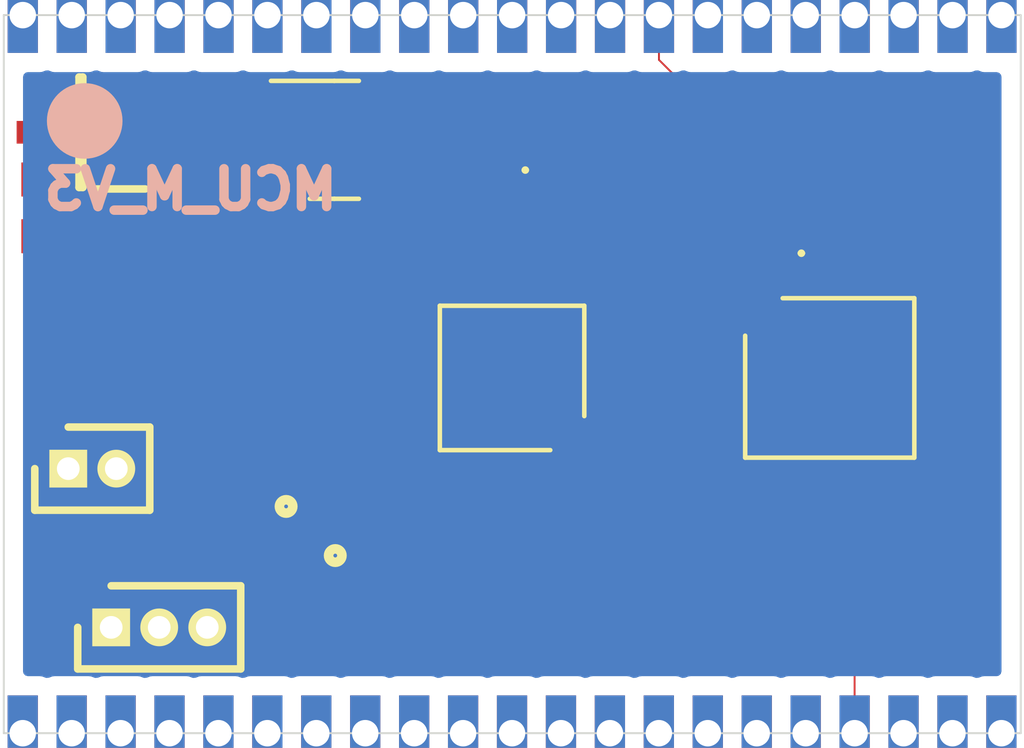
<source format=kicad_pcb>
(kicad_pcb (version 20211014) (generator pcbnew)
  (layers (0 "F.Cu" signal) (1 "In1.Cu" signal) (2 "In2.Cu" signal) (31 "B.Cu" signal) (34 "B.Paste" user) (35 "F.Paste" user) (36 "B.SilkS" user "B.Silkscreen") (37 "F.SilkS" user "F.Silkscreen") (38 "B.Mask" user) (39 "F.Mask" user) (44 "Edge.Cuts" user))
  (net 0 "")
  (net 1 "/VCC3")
  (net 2 "/+3.3")
  (net 3 "/M2_D6")
  (net 4 "/M2_D7")
  (net 5 "/M2_D8")
  (net 6 "/M2_D9")
  (net 7 "/M2_D10")
  (net 8 "GND")
  (net 9 "/M4_D3")
  (net 10 "/M4_D4")
  (net 11 "/M4_D1")
  (net 12 "/M4_D2")
  (net 13 "/M1_D7")
  (net 14 "/M3_D1")
  (net 16 "/M3_D2")
  (net 17 "/M4_D6")
  (net 18 "/M1_D5")
  (net 19 "/M1_D6")
  (net 20 "/M1_D2")
  (net 21 "/M1_D1")
  (net 22 "/M1_D4")
  (net 23 "/M1_D3")
  (net 24 "/M4_D7")
  (net 25 "/M3_D7")
  (net 26 "/B1")
  (net 27 "/B2")
  (net 28 "/B3")
  (net 29 "/B5")
  (net 30 "/B4")
  (net 31 "/M2_D5")
  (net 32 "/M2_D4")
  (net 33 "/M2_D3")
  (net 34 "/M2_D2")
  (net 35 "/M2_D1")
  (net 36 "/P0_D1")
  (net 37 "/P0_D2")
  (net 38 "/P0_D3")
  (net 39 "/PD2")
  (net 40 "Net-(C1-Pad1)")
  (net 42 "Net-(C11-Pad1)")
  (net 43 "Net-(C11-Pad2)")
  (net 44 "unconnected-(U1-PadB3)")
  (net 45 "/PC12")
  (net 50 "Net-(U2-PadE6)")
  (net 51 "Net-(U2-PadE3)")
  (net 52 "/M4_D5")
  (net 54 "Net-(U2-PadC2)")
  (net 56 "/VBAT")
  (net 57 "/ULPI_PWRDN")
  (net 60 "/ULPI_RST")
  (net 63 "Net-(U2-PadD3)")
  (net 64 "Net-(R25-Pad2)")
  (net 65 "Net-(R26-Pad2)")
  (net 66 "/PA12")
  (net 67 "/PA11")
  (net 73 "Net-(C12-Pad2)")
  (net 74 "Net-(C13-Pad1)")
  (net 75 "Net-(C14-Pad2)")
  (net 76 "Net-(C15-Pad1)")
  (net 78 "/MCU_BOOT0")
  (net 79 "/MCU_RESET")
  (net 81 "/ULPI_D7")
  (net 82 "/ULPI_DIR")
  (net 83 "/ULPI_XI")
  (net 84 "/ULPI_NXT")
  (net 85 "/ULPI_STP")
  (net 86 "/ULPI_D1")
  (net 87 "/ULPI_CLK")
  (net 88 "/ULPI_D3")
  (net 89 "/ULPI_D2")
  (net 90 "/ULPI_D0")
  (net 91 "/ULPI_D6")
  (net 92 "/ULPI_D5")
  (net 93 "/ULPI_D4")
  (net 94 "/SW_CLK")
  (net 95 "/SW_IO")
  (footprint "SamacSys_Parts:CAPC1005X55N" (layer "F.Cu") (at 195.9 99.7)
    (fp_text reference "C102" hide)
    (fp_text value "GMD155R71C104KA11D" hide)
    (pad "1" smd rect (at -0.46 0 90) (size 0.62 0.62) (layers "F.Cu" "F.Paste" "F.Mask") (net 8 "GND"))
    (pad "2" smd rect (at 0.46 0 90) (size 0.62 0.62) (layers "F.Cu" "F.Paste" "F.Mask") (net 2 "/+3.3"))
  )
  (footprint "SamacSys_Parts:CAPC1005X55N" (layer "F.Cu") (at 187.4 88 180)
    (fp_text reference "C15" hide)
    (fp_text value "GCQ1555C1H180FB01D" hide)
    (pad "1" smd rect (at -0.46 0 180) (size 0.6 0.62) (layers "F.Cu" "F.Paste" "F.Mask") (net 76 "Net-(C15-Pad1)"))
    (pad "2" smd rect (at 0.46 0 180) (size 0.6 0.62) (layers "F.Cu" "F.Paste" "F.Mask") (net 8 "GND"))
  )
  (footprint "SamacSys_Parts:ERJ3EK_(0603)" (layer "F.Cu") (at 179.5 98.6)
    (fp_text reference "R11" hide)
    (fp_text value "ERJ-3EKF1002V" hide)
    (fp_circle (center -1.575 0) (end -1.625 0) (layer "F.SilkS") (width 0.254) (fill none))
    (pad "1" smd rect (at -0.725 0) (size 0.65 0.9) (layers "F.Cu" "F.Paste" "F.Mask") (net 26 "/B1"))
    (pad "2" smd rect (at 0.725 0) (size 0.65 0.9) (layers "F.Cu" "F.Paste" "F.Mask") (net 2 "/+3.3"))
  )
  (footprint "Package_CSP:ST_WLCSP-90_Die413" (layer "F.Cu") (at 192.3 95.2)
    (fp_text reference "U1" hide)
    (fp_text value "STM32F405OGYx" hide)
    (fp_line (start -1.24425 -2.1095) (end 2.2365 -2.1095) (layer "F.SilkS") (width 0.12))
    (fp_line (start -2.2365 2.1095) (end -2.2365 -1.11725) (layer "F.SilkS") (width 0.12))
    (fp_line (start 2.2365 -2.1095) (end 2.2365 2.1095) (layer "F.SilkS") (width 0.12))
    (fp_line (start 2.2365 2.1095) (end -2.2365 2.1095) (layer "F.SilkS") (width 0.12))
    (pad "A1" smd circle (at -1.8 -1.6) (size 0.22 0.22) (layers "F.Cu" "F.Paste" "F.Mask") (net 2 "/+3.3"))
    (pad "A2" smd circle (at -1.4 -1.6) (size 0.22 0.22) (layers "F.Cu" "F.Paste" "F.Mask") (net 94 "/SW_CLK"))
    (pad "A3" smd circle (at -1 -1.6) (size 0.22 0.22) (layers "F.Cu" "F.Paste" "F.Mask") (net 45 "/PC12"))
    (pad "A4" smd circle (at -0.6 -1.6) (size 0.22 0.22) (layers "F.Cu" "F.Paste" "F.Mask"))
    (pad "A5" smd circle (at -0.2 -1.6) (size 0.22 0.22) (layers "F.Cu" "F.Paste" "F.Mask") (net 32 "/M2_D4"))
    (pad "A6" smd circle (at 0.2 -1.6) (size 0.22 0.22) (layers "F.Cu" "F.Paste" "F.Mask") (net 29 "/B5"))
    (pad "A7" smd circle (at 0.6 -1.6) (size 0.22 0.22) (layers "F.Cu" "F.Paste" "F.Mask") (net 78 "/MCU_BOOT0"))
    (pad "A8" smd circle (at 1 -1.6) (size 0.22 0.22) (layers "F.Cu" "F.Paste" "F.Mask") (net 2 "/+3.3"))
    (pad "A9" smd circle (at 1.4 -1.6) (size 0.22 0.22) (layers "F.Cu" "F.Paste" "F.Mask"))
    (pad "A10" smd circle (at 1.8 -1.6) (size 0.22 0.22) (layers "F.Cu" "F.Paste" "F.Mask") (net 56 "/VBAT"))
    (pad "B1" smd circle (at -1.8 -1.2) (size 0.22 0.22) (layers "F.Cu" "F.Paste" "F.Mask") (net 43 "Net-(C11-Pad2)"))
    (pad "B2" smd circle (at -1.4 -1.2) (size 0.22 0.22) (layers "F.Cu" "F.Paste" "F.Mask"))
    (pad "B3" smd circle (at -1 -1.2) (size 0.22 0.22) (layers "F.Cu" "F.Paste" "F.Mask") (net 44 "unconnected-(U1-PadB3)"))
    (pad "B4" smd circle (at -0.6 -1.2) (size 0.22 0.22) (layers "F.Cu" "F.Paste" "F.Mask") (net 39 "/PD2"))
    (pad "B5" smd circle (at -0.2 -1.2) (size 0.22 0.22) (layers "F.Cu" "F.Paste" "F.Mask") (net 33 "/M2_D3"))
    (pad "B6" smd circle (at 0.2 -1.2) (size 0.22 0.22) (layers "F.Cu" "F.Paste" "F.Mask") (net 28 "/B3"))
    (pad "B7" smd circle (at 0.6 -1.2) (size 0.22 0.22) (layers "F.Cu" "F.Paste" "F.Mask") (net 27 "/B2"))
    (pad "B8" smd circle (at 1 -1.2) (size 0.22 0.22) (layers "F.Cu" "F.Paste" "F.Mask") (net 2 "/+3.3"))
    (pad "B9" smd circle (at 1.4 -1.2) (size 0.22 0.22) (layers "F.Cu" "F.Paste" "F.Mask") (net 76 "Net-(C15-Pad1)"))
    (pad "B10" smd circle (at 1.8 -1.2) (size 0.22 0.22) (layers "F.Cu" "F.Paste" "F.Mask") (net 75 "Net-(C14-Pad2)"))
    (pad "C1" smd circle (at -1.8 -0.8) (size 0.22 0.22) (layers "F.Cu" "F.Paste" "F.Mask") (net 67 "/PA11"))
    (pad "C2" smd circle (at -1.4 -0.8) (size 0.22 0.22) (layers "F.Cu" "F.Paste" "F.Mask") (net 66 "/PA12"))
    (pad "C3" smd circle (at -1 -0.8) (size 0.22 0.22) (layers "F.Cu" "F.Paste" "F.Mask"))
    (pad "C4" smd circle (at -0.6 -0.8) (size 0.22 0.22) (layers "F.Cu" "F.Paste" "F.Mask") (net 16 "/M3_D2"))
    (pad "C5" smd circle (at -0.2 -0.8) (size 0.22 0.22) (layers "F.Cu" "F.Paste" "F.Mask"))
    (pad "C6" smd circle (at 0.2 -0.8) (size 0.22 0.22) (layers "F.Cu" "F.Paste" "F.Mask"))
    (pad "C7" smd circle (at 0.6 -0.8) (size 0.22 0.22) (layers "F.Cu" "F.Paste" "F.Mask") (net 26 "/B1"))
    (pad "C8" smd circle (at 1 -0.8) (size 0.22 0.22) (layers "F.Cu" "F.Paste" "F.Mask") (net 36 "/P0_D1"))
    (pad "C9" smd circle (at 1.4 -0.8) (size 0.22 0.22) (layers "F.Cu" "F.Paste" "F.Mask") (net 8 "GND"))
    (pad "C10" smd circle (at 1.8 -0.8) (size 0.22 0.22) (layers "F.Cu" "F.Paste" "F.Mask") (net 10 "/M4_D4"))
    (pad "D1" smd circle (at -1.8 -0.4) (size 0.22 0.22) (layers "F.Cu" "F.Paste" "F.Mask") (net 31 "/M2_D5"))
    (pad "D2" smd circle (at -1.4 -0.4) (size 0.22 0.22) (layers "F.Cu" "F.Paste" "F.Mask") (net 11 "/M4_D1"))
    (pad "D3" smd circle (at -1 -0.4) (size 0.22 0.22) (layers "F.Cu" "F.Paste" "F.Mask") (net 12 "/M4_D2"))
    (pad "D4" smd circle (at -0.6 -0.4) (size 0.22 0.22) (layers "F.Cu" "F.Paste" "F.Mask") (net 95 "/SW_IO"))
    (pad "D5" smd circle (at -0.2 -0.4) (size 0.22 0.22) (layers "F.Cu" "F.Paste" "F.Mask") (net 14 "/M3_D1"))
    (pad "D6" smd circle (at 0.2 -0.4) (size 0.22 0.22) (layers "F.Cu" "F.Paste" "F.Mask"))
    (pad "D7" smd circle (at 0.6 -0.4) (size 0.22 0.22) (layers "F.Cu" "F.Paste" "F.Mask") (net 81 "/ULPI_D7"))
    (pad "D8" smd circle (at 1 -0.4) (size 0.22 0.22) (layers "F.Cu" "F.Paste" "F.Mask") (net 37 "/P0_D2"))
    (pad "D9" smd circle (at 1.4 -0.4) (size 0.22 0.22) (layers "F.Cu" "F.Paste" "F.Mask") (net 8 "GND"))
    (pad "D10" smd circle (at 1.8 -0.4) (size 0.22 0.22) (layers "F.Cu" "F.Paste" "F.Mask") (net 82 "/ULPI_DIR"))
    (pad "E1" smd circle (at -1.8 0) (size 0.22 0.22) (layers "F.Cu" "F.Paste" "F.Mask") (net 38 "/P0_D3"))
    (pad "E2" smd circle (at -1.4 0) (size 0.22 0.22) (layers "F.Cu" "F.Paste" "F.Mask") (net 17 "/M4_D6"))
    (pad "E3" smd circle (at -1 0) (size 0.22 0.22) (layers "F.Cu" "F.Paste" "F.Mask") (net 83 "/ULPI_XI"))
    (pad "E4" smd circle (at -0.6 0) (size 0.22 0.22) (layers "F.Cu" "F.Paste" "F.Mask") (net 2 "/+3.3"))
    (pad "E5" smd circle (at -0.2 0) (size 0.22 0.22) (layers "F.Cu" "F.Paste" "F.Mask") (net 8 "GND"))
    (pad "E6" smd circle (at 0.2 0) (size 0.22 0.22) (layers "F.Cu" "F.Paste" "F.Mask") (net 2 "/+3.3"))
    (pad "E7" smd circle (at 0.6 0) (size 0.22 0.22) (layers "F.Cu" "F.Paste" "F.Mask") (net 8 "GND"))
    (pad "E8" smd circle (at 1 0) (size 0.22 0.22) (layers "F.Cu" "F.Paste" "F.Mask") (net 8 "GND"))
    (pad "E9" smd circle (at 1.4 0) (size 0.22 0.22) (layers "F.Cu" "F.Paste" "F.Mask") (net 84 "/ULPI_NXT"))
    (pad "E10" smd circle (at 1.8 0) (size 0.22 0.22) (layers "F.Cu" "F.Paste" "F.Mask") (net 85 "/ULPI_STP"))
    (pad "F1" smd circle (at -1.8 0.4) (size 0.22 0.22) (layers "F.Cu" "F.Paste" "F.Mask") (net 60 "/ULPI_RST"))
    (pad "F2" smd circle (at -1.4 0.4) (size 0.22 0.22) (layers "F.Cu" "F.Paste" "F.Mask") (net 57 "/ULPI_PWRDN"))
    (pad "F3" smd circle (at -1 0.4) (size 0.22 0.22) (layers "F.Cu" "F.Paste" "F.Mask") (net 13 "/M1_D7"))
    (pad "F4" smd circle (at -0.6 0.4) (size 0.22 0.22) (layers "F.Cu" "F.Paste" "F.Mask") (net 42 "Net-(C11-Pad1)"))
    (pad "F5" smd circle (at -0.2 0.4) (size 0.22 0.22) (layers "F.Cu" "F.Paste" "F.Mask") (net 18 "/M1_D5"))
    (pad "F6" smd circle (at 0.2 0.4) (size 0.22 0.22) (layers "F.Cu" "F.Paste" "F.Mask"))
    (pad "F7" smd circle (at 0.6 0.4) (size 0.22 0.22) (layers "F.Cu" "F.Paste" "F.Mask") (net 2 "/+3.3"))
    (pad "F8" smd circle (at 1 0.4) (size 0.22 0.22) (layers "F.Cu" "F.Paste" "F.Mask") (net 35 "/M2_D1"))
    (pad "F9" smd circle (at 1.4 0.4) (size 0.22 0.22) (layers "F.Cu" "F.Paste" "F.Mask") (net 73 "Net-(C12-Pad2)"))
    (pad "F10" smd circle (at 1.8 0.4) (size 0.22 0.22) (layers "F.Cu" "F.Paste" "F.Mask") (net 74 "Net-(C13-Pad1)"))
    (pad "G1" smd circle (at -1.8 0.8) (size 0.22 0.22) (layers "F.Cu" "F.Paste" "F.Mask") (net 6 "/M2_D9"))
    (pad "G2" smd circle (at -1.4 0.8) (size 0.22 0.22) (layers "F.Cu" "F.Paste" "F.Mask") (net 7 "/M2_D10"))
    (pad "G3" smd circle (at -1 0.8) (size 0.22 0.22) (layers "F.Cu" "F.Paste" "F.Mask") (net 5 "/M2_D8"))
    (pad "G4" smd circle (at -0.6 0.8) (size 0.22 0.22) (layers "F.Cu" "F.Paste" "F.Mask") (net 19 "/M1_D6"))
    (pad "G5" smd circle (at -0.2 0.8) (size 0.22 0.22) (layers "F.Cu" "F.Paste" "F.Mask") (net 23 "/M1_D3"))
    (pad "G6" smd circle (at 0.2 0.8) (size 0.22 0.22) (layers "F.Cu" "F.Paste" "F.Mask"))
    (pad "G7" smd circle (at 0.6 0.8) (size 0.22 0.22) (layers "F.Cu" "F.Paste" "F.Mask") (net 86 "/ULPI_D1"))
    (pad "G8" smd circle (at 1 0.8) (size 0.22 0.22) (layers "F.Cu" "F.Paste" "F.Mask") (net 87 "/ULPI_CLK"))
    (pad "G9" smd circle (at 1.4 0.8) (size 0.22 0.22) (layers "F.Cu" "F.Paste" "F.Mask") (net 2 "/+3.3"))
    (pad "G10" smd circle (at 1.8 0.8) (size 0.22 0.22) (layers "F.Cu" "F.Paste" "F.Mask") (net 79 "/MCU_RESET"))
    (pad "H1" smd circle (at -1.8 1.2) (size 0.22 0.22) (layers "F.Cu" "F.Paste" "F.Mask") (net 25 "/M3_D7"))
    (pad "H2" smd circle (at -1.4 1.2) (size 0.22 0.22) (layers "F.Cu" "F.Paste" "F.Mask") (net 3 "/M2_D6"))
    (pad "H3" smd circle (at -1 1.2) (size 0.22 0.22) (layers "F.Cu" "F.Paste" "F.Mask") (net 4 "/M2_D7"))
    (pad "H4" smd circle (at -0.6 1.2) (size 0.22 0.22) (layers "F.Cu" "F.Paste" "F.Mask") (net 88 "/ULPI_D3"))
    (pad "H5" smd circle (at -0.2 1.2) (size 0.22 0.22) (layers "F.Cu" "F.Paste" "F.Mask"))
    (pad "H6" smd circle (at 0.2 1.2) (size 0.22 0.22) (layers "F.Cu" "F.Paste" "F.Mask"))
    (pad "H7" smd circle (at 0.6 1.2) (size 0.22 0.22) (layers "F.Cu" "F.Paste" "F.Mask") (net 89 "/ULPI_D2"))
    (pad "H8" smd circle (at 1 1.2) (size 0.22 0.22) (layers "F.Cu" "F.Paste" "F.Mask") (net 22 "/M1_D4"))
    (pad "H9" smd circle (at 1.4 1.2) (size 0.22 0.22) (layers "F.Cu" "F.Paste" "F.Mask") (net 90 "/ULPI_D0"))
    (pad "H10" smd circle (at 1.8 1.2) (size 0.22 0.22) (layers "F.Cu" "F.Paste" "F.Mask") (net 8 "GND"))
    (pad "J1" smd circle (at -1.8 1.6) (size 0.22 0.22) (layers "F.Cu" "F.Paste" "F.Mask") (net 91 "/ULPI_D6"))
    (pad "J2" smd circle (at -1.4 1.6) (size 0.22 0.22) (layers "F.Cu" "F.Paste" "F.Mask") (net 24 "/M4_D7"))
    (pad "J3" smd circle (at -1 1.6) (size 0.22 0.22) (layers "F.Cu" "F.Paste" "F.Mask") (net 92 "/ULPI_D5"))
    (pad "J4" smd circle (at -0.6 1.6) (size 0.22 0.22) (layers "F.Cu" "F.Paste" "F.Mask") (net 93 "/ULPI_D4"))
    (pad "J5" smd circle (at -0.2 1.6) (size 0.22 0.22) (layers "F.Cu" "F.Paste" "F.Mask"))
    (pad "J6" smd circle (at 0.2 1.6) (size 0.22 0.22) (layers "F.Cu" "F.Paste" "F.Mask"))
    (pad "J7" smd circle (at 0.6 1.6) (size 0.22 0.22) (layers "F.Cu" "F.Paste" "F.Mask") (net 8 "GND"))
    (pad "J8" smd circle (at 1 1.6) (size 0.22 0.22) (layers "F.Cu" "F.Paste" "F.Mask") (net 30 "/B4"))
    (pad "J9" smd circle (at 1.4 1.6) (size 0.22 0.22) (layers "F.Cu" "F.Paste" "F.Mask") (net 9 "/M4_D3"))
    (pad "J10" smd circle (at 1.8 1.6) (size 0.22 0.22) (layers "F.Cu" "F.Paste" "F.Mask") (net 34 "/M2_D2"))
  )
  (footprint "SamacSys_Parts:RESC1608X55N" (layer "F.Cu") (at 175.3 88.7 90)
    (fp_text reference "R3" hide)
    (fp_text value "CPF0603F100KC1" hide)
    (pad "1" smd rect (at -0.75 0 90) (size 0.9 0.95) (layers "F.Cu" "F.Paste" "F.Mask") (net 40 "Net-(C1-Pad1)"))
    (pad "2" smd rect (at 0.75 0 90) (size 0.9 0.95) (layers "F.Cu" "F.Paste" "F.Mask") (net 8 "GND"))
  )
  (footprint "SamacSys_Parts:ERA2AED122X" (layer "F.Cu") (at 173.2 93.2)
    (fp_text reference "R23" hide)
    (fp_text value "ERA2AED123X" hide)
    (pad "1" smd rect (at -0.512 0) (size 0.475 0.5) (layers "F.Cu" "F.Paste" "F.Mask") (net 54 "Net-(U2-PadC2)"))
    (pad "2" smd rect (at 0.512 0) (size 0.475 0.5) (layers "F.Cu" "F.Paste" "F.Mask") (net 8 "GND"))
  )
  (footprint "Package_BGA:ST_uTFBGA-36_3.6x3.6mm_Layout6x6_P0.5mm" (layer "F.Cu") (at 183.9 95.2 180)
    (fp_text reference "U2" hide)
    (fp_text value "STULPI01B" hide)
    (fp_line (start 1.91 -1.91) (end 1.91 1.91) (layer "F.SilkS") (width 0.12))
    (fp_line (start 1.91 1.91) (end -1.91 1.91) (layer "F.SilkS") (width 0.12))
    (fp_line (start -1.01 -1.91) (end 1.91 -1.91) (layer "F.SilkS") (width 0.12))
    (fp_line (start -1.91 1.91) (end -1.91 -1.01) (layer "F.SilkS") (width 0.12))
    (pad "A1" smd circle (at -1.25 -1.25 180) (size 0.25 0.25) (layers "F.Cu" "F.Paste" "F.Mask") (net 86 "/ULPI_D1"))
    (pad "A2" smd circle (at -0.75 -1.25 180) (size 0.25 0.25) (layers "F.Cu" "F.Paste" "F.Mask") (net 89 "/ULPI_D2"))
    (pad "A3" smd circle (at -0.25 -1.25 180) (size 0.25 0.25) (layers "F.Cu" "F.Paste" "F.Mask") (net 88 "/ULPI_D3"))
    (pad "A4" smd circle (at 0.25 -1.25 180) (size 0.25 0.25) (layers "F.Cu" "F.Paste" "F.Mask") (net 87 "/ULPI_CLK"))
    (pad "A5" smd circle (at 0.75 -1.25 180) (size 0.25 0.25) (layers "F.Cu" "F.Paste" "F.Mask") (net 93 "/ULPI_D4"))
    (pad "A6" smd circle (at 1.25 -1.25 180) (size 0.25 0.25) (layers "F.Cu" "F.Paste" "F.Mask") (net 92 "/ULPI_D5"))
    (pad "B1" smd circle (at -1.25 -0.75 180) (size 0.25 0.25) (layers "F.Cu" "F.Paste" "F.Mask") (net 90 "/ULPI_D0"))
    (pad "B2" smd circle (at -0.75 -0.75 180) (size 0.25 0.25) (layers "F.Cu" "F.Paste" "F.Mask") (net 2 "/+3.3"))
    (pad "B3" smd circle (at -0.25 -0.75 180) (size 0.25 0.25) (layers "F.Cu" "F.Paste" "F.Mask") (net 2 "/+3.3"))
    (pad "B4" smd circle (at 0.25 -0.75 180) (size 0.25 0.25) (layers "F.Cu" "F.Paste" "F.Mask") (net 8 "GND"))
    (pad "B5" smd circle (at 0.75 -0.75 180) (size 0.25 0.25) (layers "F.Cu" "F.Paste" "F.Mask") (net 2 "/+3.3"))
    (pad "B6" smd circle (at 1.25 -0.75 180) (size 0.25 0.25) (layers "F.Cu" "F.Paste" "F.Mask") (net 91 "/ULPI_D6"))
    (pad "C1" smd circle (at -1.25 -0.25 180) (size 0.25 0.25) (layers "F.Cu" "F.Paste" "F.Mask") (net 65 "Net-(R26-Pad2)"))
    (pad "C2" smd circle (at -0.75 -0.25 180) (size 0.25 0.25) (layers "F.Cu" "F.Paste" "F.Mask") (net 54 "Net-(U2-PadC2)"))
    (pad "C3" smd circle (at -0.25 -0.25 180) (size 0.25 0.25) (layers "F.Cu" "F.Paste" "F.Mask") (net 57 "/ULPI_PWRDN"))
    (pad "C4" smd circle (at 0.25 -0.25 180) (size 0.25 0.25) (layers "F.Cu" "F.Paste" "F.Mask") (net 60 "/ULPI_RST"))
    (pad "C5" smd circle (at 0.75 -0.25 180) (size 0.25 0.25) (layers "F.Cu" "F.Paste" "F.Mask") (net 8 "GND"))
    (pad "C6" smd circle (at 1.25 -0.25 180) (size 0.25 0.25) (layers "F.Cu" "F.Paste" "F.Mask") (net 81 "/ULPI_D7"))
    (pad "D1" smd circle (at -1.25 0.25 180) (size 0.25 0.25) (layers "F.Cu" "F.Paste" "F.Mask") (net 64 "Net-(R25-Pad2)"))
    (pad "D2" smd circle (at -0.75 0.25 180) (size 0.25 0.25) (layers "F.Cu" "F.Paste" "F.Mask") (net 8 "GND"))
    (pad "D3" smd circle (at -0.25 0.25 180) (size 0.25 0.25) (layers "F.Cu" "F.Paste" "F.Mask") (net 63 "Net-(U2-PadD3)"))
    (pad "D4" smd circle (at 0.25 0.25 180) (size 0.25 0.25) (layers "F.Cu" "F.Paste" "F.Mask"))
    (pad "D5" smd circle (at 0.75 0.25 180) (size 0.25 0.25) (layers "F.Cu" "F.Paste" "F.Mask") (net 84 "/ULPI_NXT"))
    (pad "D6" smd circle (at 1.25 0.25 180) (size 0.25 0.25) (layers "F.Cu" "F.Paste" "F.Mask") (net 85 "/ULPI_STP"))
    (pad "E1" smd circle (at -1.25 0.75 180) (size 0.25 0.25) (layers "F.Cu" "F.Paste" "F.Mask") (net 8 "GND"))
    (pad "E2" smd circle (at -0.75 0.75 180) (size 0.25 0.25) (layers "F.Cu" "F.Paste" "F.Mask") (net 8 "GND"))
    (pad "E3" smd circle (at -0.25 0.75 180) (size 0.25 0.25) (layers "F.Cu" "F.Paste" "F.Mask") (net 51 "Net-(U2-PadE3)"))
    (pad "E4" smd circle (at 0.25 0.75 180) (size 0.25 0.25) (layers "F.Cu" "F.Paste" "F.Mask") (net 8 "GND"))
    (pad "E5" smd circle (at 0.75 0.75 180) (size 0.25 0.25) (layers "F.Cu" "F.Paste" "F.Mask") (net 82 "/ULPI_DIR"))
    (pad "E6" smd circle (at 1.25 0.75 180) (size 0.25 0.25) (layers "F.Cu" "F.Paste" "F.Mask") (net 50 "Net-(U2-PadE6)"))
    (pad "F1" smd circle (at -1.25 1.25 180) (size 0.25 0.25) (layers "F.Cu" "F.Paste" "F.Mask"))
    (pad "F2" smd circle (at -0.75 1.25 180) (size 0.25 0.25) (layers "F.Cu" "F.Paste" "F.Mask"))
    (pad "F3" smd circle (at -0.25 1.25 180) (size 0.25 0.25) (layers "F.Cu" "F.Paste" "F.Mask") (net 2 "/+3.3"))
    (pad "F4" smd circle (at 0.25 1.25 180) (size 0.25 0.25) (layers "F.Cu" "F.Paste" "F.Mask"))
    (pad "F5" smd circle (at 0.75 1.25 180) (size 0.25 0.25) (layers "F.Cu" "F.Paste" "F.Mask") (net 83 "/ULPI_XI"))
    (pad "F6" smd circle (at 1.25 1.25 180) (size 0.25 0.25) (layers "F.Cu" "F.Paste" "F.Mask"))
  )
  (footprint "SamacSys_Parts:CAPC1005X55N" (layer "F.Cu") (at 190.2 89.9 -90)
    (fp_text reference "C12" hide)
    (fp_text value "GCQ1555C1H8R0BB01D" hide)
    (pad "1" smd rect (at -0.46 0 270) (size 0.6 0.62) (layers "F.Cu" "F.Paste" "F.Mask") (net 8 "GND"))
    (pad "2" smd rect (at 0.46 0 270) (size 0.6 0.62) (layers "F.Cu" "F.Paste" "F.Mask") (net 73 "Net-(C12-Pad2)"))
  )
  (footprint "SamacSys_Parts:RESC1005X40N" (layer "F.Cu") (at 175.655 99.5)
    (fp_text reference "R21" hide)
    (fp_text value "RK73Z1ETTP" hide)
    (pad "1" smd rect (at -0.55 0 90) (size 0.6 0.7) (layers "F.Cu" "F.Paste" "F.Mask") (net 20 "/M1_D2"))
    (pad "2" smd rect (at 0.55 0 90) (size 0.6 0.7) (layers "F.Cu" "F.Paste" "F.Mask") (net 39 "/PD2"))
  )
  (footprint "SamacSys_Parts:HDRV2W40P0X127_1X2_254X210X420P" (layer "F.Cu") (at 172.165 97.6)
    (fp_text reference "J1" hide)
    (fp_text value "M50-3530242" hide)
    (fp_line (start -0.885 1.1) (end 2.155 1.1) (layer "F.SilkS") (width 0.2))
    (fp_line (start -0.885 0) (end -0.885 1.1) (layer "F.SilkS") (width 0.2))
    (fp_line (start 2.155 1.1) (end 2.155 -1.1) (layer "F.SilkS") (width 0.2))
    (fp_line (start 2.155 -1.1) (end 0 -1.1) (layer "F.SilkS") (width 0.2))
    (pad "1" thru_hole rect (at 0 0 90) (size 1 1) (drill 0.6) (layers *.Cu *.Mask "F.SilkS") (net 56 "/VBAT"))
    (pad "2" thru_hole circle (at 1.27 0 90) (size 1 1) (drill 0.6) (layers *.Cu *.Mask "F.SilkS") (net 8 "GND"))
  )
  (footprint "SamacSys_Parts:RESC1005X40N" (layer "F.Cu") (at 183.3 99.6)
    (fp_text reference "R27" hide)
    (fp_text value "RK73Z1ETTP" hide)
    (pad "1" smd rect (at -0.55 0 90) (size 0.6 0.7) (layers "F.Cu" "F.Paste" "F.Mask") (net 20 "/M1_D2"))
    (pad "2" smd rect (at 0.55 0 90) (size 0.6 0.7) (layers "F.Cu" "F.Paste" "F.Mask") (net 66 "/PA12"))
  )
  (footprint "SamacSys_Parts:RESC1005X40N" (layer "F.Cu") (at 186.65 101.75)
    (fp_text reference "R24" hide)
    (fp_text value "RK73Z1ETTP" hide)
    (pad "1" smd rect (at -0.55 0 90) (size 0.6 0.7) (layers "F.Cu" "F.Paste" "F.Mask") (net 8 "GND"))
    (pad "2" smd rect (at 0.55 0 90) (size 0.6 0.7) (layers "F.Cu" "F.Paste" "F.Mask") (net 63 "Net-(U2-PadD3)"))
  )
  (footprint "SamacSys_Parts:CAPC1005X55N" (layer "F.Cu") (at 185.5 88 180)
    (fp_text reference "C14" hide)
    (fp_text value "GCQ1555C1H180FB01D" hide)
    (pad "1" smd rect (at -0.46 0 180) (size 0.6 0.62) (layers "F.Cu" "F.Paste" "F.Mask") (net 8 "GND"))
    (pad "2" smd rect (at 0.46 0 180) (size 0.6 0.62) (layers "F.Cu" "F.Paste" "F.Mask") (net 75 "Net-(C14-Pad2)"))
  )
  (footprint "SamacSys_Parts:RESC1608X55N" (layer "F.Cu") (at 171.4 90.7 -90)
    (fp_text reference "R2" hide)
    (fp_text value "MCT06030C1002FP500" hide)
    (pad "1" smd rect (at -0.75 0 270) (size 0.9 0.95) (layers "F.Cu" "F.Paste" "F.Mask") (net 79 "/MCU_RESET"))
    (pad "2" smd rect (at 0.75 0 270) (size 0.9 0.95) (layers "F.Cu" "F.Paste" "F.Mask") (net 2 "/+3.3"))
  )
  (footprint "SamacSys_Parts:CAPC1005X55N" (layer "F.Cu") (at 176.26 93)
    (fp_text reference "C21" hide)
    (fp_text value "GRM155Z71A105KE01J" hide)
    (pad "1" smd rect (at -0.46 0) (size 0.6 0.62) (layers "F.Cu" "F.Paste" "F.Mask") (net 50 "Net-(U2-PadE6)"))
    (pad "2" smd rect (at 0.46 0) (size 0.6 0.62) (layers "F.Cu" "F.Paste" "F.Mask") (net 8 "GND"))
  )
  (footprint "SamacSys_Parts:CAPC1005X55N" (layer "F.Cu") (at 175.53 95.6)
    (fp_text reference "C23" hide)
    (fp_text value "GRM155Z71A105KE01J" hide)
    (pad "1" smd rect (at -0.46 0) (size 0.6 0.62) (layers "F.Cu" "F.Paste" "F.Mask") (net 2 "/+3.3"))
    (pad "2" smd rect (at 0.46 0) (size 0.6 0.62) (layers "F.Cu" "F.Paste" "F.Mask") (net 8 "GND"))
  )
  (footprint "SamacSys_Parts:ERJ3EK_(0603)" (layer "F.Cu") (at 180.8 99.9)
    (fp_text reference "R12" hide)
    (fp_text value "ERJ-3EKF1002V" hide)
    (fp_circle (center -1.575 0) (end -1.625 0) (layer "F.SilkS") (width 0.254) (fill none))
    (pad "1" smd rect (at -0.725 0) (size 0.65 0.9) (layers "F.Cu" "F.Paste" "F.Mask") (net 27 "/B2"))
    (pad "2" smd rect (at 0.725 0) (size 0.65 0.9) (layers "F.Cu" "F.Paste" "F.Mask") (net 2 "/+3.3"))
  )
  (footprint "SamacSys_Parts:RESC1005X40N" (layer "F.Cu") (at 183.3 101.75)
    (fp_text reference "R25" hide)
    (fp_text value "RK73Z1ETTP" hide)
    (pad "1" smd rect (at -0.55 0 90) (size 0.6 0.7) (layers "F.Cu" "F.Paste" "F.Mask") (net 20 "/M1_D2"))
    (pad "2" smd rect (at 0.55 0 90) (size 0.6 0.7) (layers "F.Cu" "F.Paste" "F.Mask") (net 64 "Net-(R25-Pad2)"))
  )
  (footprint "SamacSys_Parts:RESC1608X55N" (layer "F.Cu") (at 176.6 88.7 90)
    (fp_text reference "R1" hide)
    (fp_text value "MCT0603MC1001FP500" hide)
    (pad "1" smd rect (at -0.75 0 90) (size 0.9 0.95) (layers "F.Cu" "F.Paste" "F.Mask") (net 78 "/MCU_BOOT0"))
    (pad "2" smd rect (at 0.75 0 90) (size 0.9 0.95) (layers "F.Cu" "F.Paste" "F.Mask") (net 52 "/M4_D5"))
  )
  (footprint "SamacSys_Parts:CAPC1005X55N" (layer "F.Cu") (at 195.1 89.8 -90)
    (fp_text reference "C13" hide)
    (fp_text value "GCQ1555C1H8R0BB01D" hide)
    (pad "1" smd rect (at -0.46 0 270) (size 0.6 0.62) (layers "F.Cu" "F.Paste" "F.Mask") (net 74 "Net-(C13-Pad1)"))
    (pad "2" smd rect (at 0.46 0 270) (size 0.6 0.62) (layers "F.Cu" "F.Paste" "F.Mask") (net 8 "GND"))
  )
  (footprint "SamacSys_Parts:NX3225GA10000MSTDCRG2" (layer "F.Cu") (at 192.6 89.9)
    (fp_text reference "Y11" hide)
    (fp_text value "NX3225GA-10.000M-STD-CRG-2" hide)
    (fp_line (start -1.1 2) (end -1.1 2) (layer "F.SilkS") (width 0.1))
    (fp_line (start -1 2) (end -1 2) (layer "F.SilkS") (width 0.1))
    (fp_arc (start -1.1 2) (mid -1.05 1.95) (end -1 2) (layer "F.SilkS") (width 0.1))
    (fp_arc (start -1 2) (mid -1.05 2.05) (end -1.1 2) (layer "F.SilkS") (width 0.1))
    (pad "1" smd rect (at -1.1 0.8 90) (size 1.2 1.4) (layers "F.Cu" "F.Paste" "F.Mask") (net 73 "Net-(C12-Pad2)"))
    (pad "2" smd rect (at 1.1 0.8 90) (size 1.2 1.4) (layers "F.Cu" "F.Paste" "F.Mask") (net 8 "GND"))
    (pad "3" smd rect (at 1.1 -0.8 90) (size 1.2 1.4) (layers "F.Cu" "F.Paste" "F.Mask") (net 74 "Net-(C13-Pad1)"))
    (pad "4" smd rect (at -1.1 -0.8 90) (size 1.2 1.4) (layers "F.Cu" "F.Paste" "F.Mask") (net 8 "GND"))
  )
  (footprint "SamacSys_Parts:CAPC1005X55N" (layer "F.Cu") (at 195.7 100.6)
    (fp_text reference "C103" hide)
    (fp_text value "GMD155R71C104KA11D" hide)
    (pad "1" smd rect (at -0.46 0 90) (size 0.62 0.62) (layers "F.Cu" "F.Paste" "F.Mask") (net 8 "GND"))
    (pad "2" smd rect (at 0.46 0 90) (size 0.62 0.62) (layers "F.Cu" "F.Paste" "F.Mask") (net 2 "/+3.3"))
  )
  (footprint "SamacSys_Parts:RESC1005X40N" (layer "F.Cu") (at 180.4 101.9)
    (fp_text reference "R26" hide)
    (fp_text value "RK73Z1ETTP" hide)
    (pad "1" smd rect (at -0.55 0 90) (size 0.6 0.7) (layers "F.Cu" "F.Paste" "F.Mask") (net 21 "/M1_D1"))
    (pad "2" smd rect (at 0.55 0 90) (size 0.6 0.7) (layers "F.Cu" "F.Paste" "F.Mask") (net 65 "Net-(R26-Pad2)"))
  )
  (footprint "SamacSys_Parts:CAPC1005X55N" (layer "F.Cu") (at 172.66 95.6)
    (fp_text reference "C24" hide)
    (fp_text value "GRM155Z71A105KE01J" hide)
    (pad "1" smd rect (at -0.46 0) (size 0.6 0.62) (layers "F.Cu" "F.Paste" "F.Mask") (net 2 "/+3.3"))
    (pad "2" smd rect (at 0.46 0) (size 0.6 0.62) (layers "F.Cu" "F.Paste" "F.Mask") (net 8 "GND"))
  )
  (footprint "SamacSys_Parts:CAPC1005X55N" (layer "F.Cu") (at 179.6 94.4 -90)
    (fp_text reference "C22" hide)
    (fp_text value "GRM155Z71A105KE01J" hide)
    (pad "1" smd rect (at -0.46 0 270) (size 0.6 0.62) (layers "F.Cu" "F.Paste" "F.Mask") (net 51 "Net-(U2-PadE3)"))
    (pad "2" smd rect (at 0.46 0 270) (size 0.6 0.62) (layers "F.Cu" "F.Paste" "F.Mask") (net 8 "GND"))
  )
  (footprint "SamacSys_Parts:RESC1005X40N" (layer "F.Cu") (at 186.65 99.6)
    (fp_text reference "R28" hide)
    (fp_text value "RK73Z1ETTP" hide)
    (pad "1" smd rect (at -0.55 0 90) (size 0.6 0.7) (layers "F.Cu" "F.Paste" "F.Mask") (net 21 "/M1_D1"))
    (pad "2" smd rect (at 0.55 0 90) (size 0.6 0.7) (layers "F.Cu" "F.Paste" "F.Mask") (net 67 "/PA11"))
  )
  (footprint "SamacSys_Parts:FX135A327" (layer "F.Cu") (at 186.6 89.7)
    (fp_text reference "Y12" hide)
    (fp_text value "FX135A-327" hide)
    (fp_line (start -2.4 0) (end -2.4 0) (layer "F.SilkS") (width 0.1))
    (fp_line (start -2.3 0) (end -2.3 0) (layer "F.SilkS") (width 0.1))
    (fp_arc (start -2.4 0) (mid -2.35 -0.05) (end -2.3 0) (layer "F.SilkS") (width 0.1))
    (fp_arc (start -2.3 0) (mid -2.35 0.05) (end -2.4 0) (layer "F.SilkS") (width 0.1))
    (pad "1" smd rect (at -1.25 0) (size 1.1 1.9) (layers "F.Cu" "F.Paste" "F.Mask") (net 75 "Net-(C14-Pad2)"))
    (pad "2" smd rect (at 1.25 0) (size 1.1 1.9) (layers "F.Cu" "F.Paste" "F.Mask") (net 76 "Net-(C15-Pad1)"))
  )
  (footprint "SamacSys_Parts:SOT95P237X112-3N" (layer "F.Cu") (at 172.5 88.7 180)
    (fp_text reference "Q1" hide)
    (fp_text value "IRLML6246TRPBF" hide)
    (fp_line (start -0.05 -1.46) (end 0.05 -1.46) (layer "F.SilkS") (width 0.2))
    (fp_line (start -1.7 -1.5) (end -0.4 -1.5) (layer "F.SilkS") (width 0.2))
    (fp_line (start 0.05 -1.46) (end 0.05 1.46) (layer "F.SilkS") (width 0.2))
    (fp_line (start 0.05 1.46) (end -0.05 1.46) (layer "F.SilkS") (width 0.2))
    (fp_line (start -0.05 1.46) (end -0.05 -1.46) (layer "F.SilkS") (width 0.2))
    (pad "1" smd rect (at -1.05 -0.95 270) (size 0.6 1.3) (layers "F.Cu" "F.Paste" "F.Mask") (net 40 "Net-(C1-Pad1)"))
    (pad "2" smd rect (at -1.05 0.95 270) (size 0.6 1.3) (layers "F.Cu" "F.Paste" "F.Mask") (net 8 "GND"))
    (pad "3" smd rect (at 1.05 0 270) (size 0.6 1.3) (layers "F.Cu" "F.Paste" "F.Mask") (net 79 "/MCU_RESET"))
  )
  (footprint "Package_TO_SOT_SMD:SOT-23" (layer "F.Cu") (at 179.2 88.9)
    (fp_text reference "D1" hide)
    (fp_text value "BAT54S" hide)
    (fp_line (start 0 -1.56) (end -1.675 -1.56) (layer "F.SilkS") (width 0.12))
    (fp_line (start 0 1.56) (end 0.65 1.56) (layer "F.SilkS") (width 0.12))
    (fp_line (start 0 1.56) (end -0.65 1.56) (layer "F.SilkS") (width 0.12))
    (fp_line (start 0 -1.56) (end 0.65 -1.56) (layer "F.SilkS") (width 0.12))
    (pad "1" smd roundrect (at -0.9375 -0.95) (size 1.475 0.6) (layers "F.Cu" "F.Paste" "F.Mask") (net 8 "GND"))
    (pad "2" smd roundrect (at -0.9375 0.95) (size 1.475 0.6) (layers "F.Cu" "F.Paste" "F.Mask") (net 2 "/+3.3"))
    (pad "3" smd roundrect (at 0.9375 0) (size 1.475 0.6) (layers "F.Cu" "F.Paste" "F.Mask") (net 78 "/MCU_BOOT0"))
  )
  (footprint "SamacSys_Parts:CAPC1005X55N" (layer "F.Cu") (at 192.4 99.3 90)
    (fp_text reference "C101" hide)
    (fp_text value "GMD155R71C104KA11D" hide)
    (pad "1" smd rect (at -0.46 0 180) (size 0.62 0.62) (layers "F.Cu" "F.Paste" "F.Mask") (net 8 "GND"))
    (pad "2" smd rect (at 0.46 0 180) (size 0.62 0.62) (layers "F.Cu" "F.Paste" "F.Mask") (net 2 "/+3.3"))
  )
  (footprint "SamacSys_Parts:HDRV3W40P0X127_1X3_381X210X430P" (layer "F.Cu") (at 173.3 101.8)
    (fp_text reference "J2" hide)
    (fp_text value "M50-3530342" hide)
    (fp_line (start 3.425 1.1) (end 3.425 -1.1) (layer "F.SilkS") (width 0.2))
    (fp_line (start 3.425 -1.1) (end 0 -1.1) (layer "F.SilkS") (width 0.2))
    (fp_line (start -0.885 1.1) (end 3.425 1.1) (layer "F.SilkS") (width 0.2))
    (fp_line (start -0.885 0) (end -0.885 1.1) (layer "F.SilkS") (width 0.2))
    (pad "1" thru_hole rect (at 0 0 90) (size 1 1) (drill 0.6) (layers *.Cu *.Mask "F.SilkS") (net 95 "/SW_IO"))
    (pad "2" thru_hole circle (at 1.27 0 90) (size 1 1) (drill 0.6) (layers *.Cu *.Mask "F.SilkS") (net 94 "/SW_CLK"))
    (pad "3" thru_hole circle (at 2.54 0 90) (size 1 1) (drill 0.6) (layers *.Cu *.Mask "F.SilkS") (net 8 "GND"))
  )
  (footprint "Kicad Libs:smart_cable_castellated_21p" (layer "F.Cu") (at 184.580968 104.4 180)
    (fp_text reference "H2" hide)
    (fp_text value "smart_cable_castellated_21P" hide)
    (pad "1" thru_hole rect locked (at 13.620083 -0.2 180) (size 0.8 1.4) (drill 0.7 (offset 0 0.3)) (layers *.Cu *.Mask) (net 20 "/M1_D2"))
    (pad "2" thru_hole rect locked (at 12.326359 -0.2 180) (size 0.8 1.4) (drill 0.7 (offset 0 0.3)) (layers *.Cu *.Mask) (net 21 "/M1_D1"))
    (pad "3" thru_hole rect locked (at 11.032585 -0.2 180) (size 0.8 1.4) (drill 0.7 (offset 0 0.3)) (layers *.Cu *.Mask) (net 22 "/M1_D4"))
    (pad "4" thru_hole rect locked (at 9.738861 -0.2 180) (size 0.8 1.4) (drill 0.7 (offset 0 0.3)) (layers *.Cu *.Mask) (net 23 "/M1_D3"))
    (pad "5" thru_hole rect locked (at 8.445087 -0.2 180) (size 0.8 1.4) (drill 0.7 (offset 0 0.3)) (layers *.Cu *.Mask) (net 24 "/M4_D7"))
    (pad "6" thru_hole rect locked (at 7.151363 -0.2 180) (size 0.8 1.4) (drill 0.7 (offset 0 0.3)) (layers *.Cu *.Mask) (net 25 "/M3_D7"))
    (pad "7" thru_hole rect locked (at 5.857589 -0.2 180) (size 0.8 1.4) (drill 0.7 (offset 0 0.3)) (layers *.Cu *.Mask) (net 26 "/B1"))
    (pad "8" thru_hole rect locked (at 4.563865 -0.2 180) (size 0.8 1.4) (drill 0.7 (offset 0 0.3)) (layers *.Cu *.Mask) (net 27 "/B2"))
    (pad "9" thru_hole rect locked (at 3.270091 -0.2 180) (size 0.8 1.4) (drill 0.7 (offset 0 0.3)) (layers *.Cu *.Mask) (net 28 "/B3"))
    (pad "10" thru_hole rect locked (at 1.976063 -0.2 180) (size 0.8 1.4) (drill 0.7 (offset 0 0.3)) (layers *.Cu *.Mask) (net 29 "/B5"))
    (pad "11" thru_hole rect locked (at 0.682034 -0.2 180) (size 0.8 1.4) (drill 0.7 (offset 0 0.3)) (layers *.Cu *.Mask) (net 30 "/B4"))
    (pad "12" thru_hole rect locked (at -0.611943 -0.2 180) (size 0.8 1.4) (drill 0.7 (offset 0 0.3)) (layers *.Cu *.Mask) (net 8 "GND"))
    (pad "13" thru_hole rect locked (at -1.905972 -0.2 180) (size 0.8 1.4) (drill 0.7 (offset 0 0.3)) (layers *.Cu *.Mask) (net 31 "/M2_D5"))
    (pad "14" thru_hole rect locked (at -3.2 -0.2 180) (size 0.8 1.4) (drill 0.7 (offset 0 0.3)) (layers *.Cu *.Mask) (net 32 "/M2_D4"))
    (pad "15" thru_hole rect locked (at -4.494029 -0.2 180) (size 0.8 1.4) (drill 0.7 (offset 0 0.3)) (layers *.Cu *.Mask) (net 33 "/M2_D3"))
    (pad "16" thru_hole rect locked (at -5.788057 -0.2 180) (size 0.8 1.4) (drill 0.7 (offset 0 0.3)) (layers *.Cu *.Mask) (net 34 "/M2_D2"))
    (pad "17" thru_hole rect locked (at -7.082085 -0.2 180) (size 0.8 1.4) (drill 0.7 (offset 0 0.3)) (layers *.Cu *.Mask) (net 35 "/M2_D1"))
    (pad "18" thru_hole rect locked (at -8.376114 -0.2 180) (size 0.8 1.4) (drill 0.7 (offset 0 0.3)) (layers *.Cu *.Mask) (net 8 "GND"))
    (pad "19" thru_hole rect locked (at -9.670091 -0.2 180) (size 0.8 1.4) (drill 0.7 (offset 0 0.3)) (layers *.Cu *.Mask) (net 36 "/P0_D1"))
    (pad "20" thru_hole rect locked (at -10.96412 -0.2 180) (size 0.8 1.4) (drill 0.7 (offset 0 0.3)) (layers *.Cu *.Mask) (net 37 "/P0_D2"))
    (pad "21" thru_hole rect locked (at -12.258148 -0.2 180) (size 0.8 1.4) (drill 0.7 (offset 0 0.3)) (layers *.Cu *.Mask) (net 38 "/P0_D3"))
  )
  (footprint "SamacSys_Parts:RESC1608X55N" (layer "F.Cu") (at 177.3 91.2)
    (fp_text reference "R4" hide)
    (fp_text value "CPF0603F100KC1" hide)
    (pad "1" smd rect (at -0.75 0) (size 0.9 0.95) (layers "F.Cu" "F.Paste" "F.Mask") (net 78 "/MCU_BOOT0"))
    (pad "2" smd rect (at 0.75 0) (size 0.9 0.95) (layers "F.Cu" "F.Paste" "F.Mask") (net 8 "GND"))
  )
  (footprint "SamacSys_Parts:CAPC1608X95N" (layer "F.Cu") (at 174.7 91.2)
    (fp_text reference "C1" hide)
    (fp_text value "C0603C104K5RAC3121" hide)
    (pad "1" smd rect (at -0.7 0) (size 0.78 0.98) (layers "F.Cu" "F.Paste" "F.Mask") (net 40 "Net-(C1-Pad1)"))
    (pad "2" smd rect (at 0.7 0) (size 0.78 0.98) (layers "F.Cu" "F.Paste" "F.Mask") (net 78 "/MCU_BOOT0"))
  )
  (footprint "Kicad Libs:smart_cable_castellated_21p" (layer "F.Cu") (at 183.22 85.8)
    (fp_text reference "H1" hide)
    (fp_text value "smart_cable_castellated_21P" hide)
    (pad "1" thru_hole rect locked (at 13.620083 -0.2) (size 0.8 1.4) (drill 0.7 (offset 0 0.3)) (layers *.Cu *.Mask) (net 2 "/+3.3"))
    (pad "2" thru_hole rect locked (at 12.326359 -0.2) (size 0.8 1.4) (drill 0.7 (offset 0 0.3)) (layers *.Cu *.Mask) (net 1 "/VCC3"))
    (pad "3" thru_hole rect locked (at 11.032585 -0.2) (size 0.8 1.4) (drill 0.7 (offset 0 0.3)) (layers *.Cu *.Mask) (net 3 "/M2_D6"))
    (pad "4" thru_hole rect locked (at 9.738861 -0.2) (size 0.8 1.4) (drill 0.7 (offset 0 0.3)) (layers *.Cu *.Mask) (net 4 "/M2_D7"))
    (pad "5" thru_hole rect locked (at 8.445087 -0.2) (size 0.8 1.4) (drill 0.7 (offset 0 0.3)) (layers *.Cu *.Mask) (net 5 "/M2_D8"))
    (pad "6" thru_hole rect locked (at 7.151363 -0.2) (size 0.8 1.4) (drill 0.7 (offset 0 0.3)) (layers *.Cu *.Mask) (net 6 "/M2_D9"))
    (pad "7" thru_hole rect locked (at 5.857589 -0.2) (size 0.8 1.4) (drill 0.7 (offset 0 0.3)) (layers *.Cu *.Mask) (net 7 "/M2_D10"))
    (pad "8" thru_hole rect locked (at 4.563865 -0.2) (size 0.8 1.4) (drill 0.7 (offset 0 0.3)) (layers *.Cu *.Mask) (net 8 "GND"))
    (pad "9" thru_hole rect locked (at 3.270091 -0.2) (size 0.8 1.4) (drill 0.7 (offset 0 0.3)) (layers *.Cu *.Mask) (net 9 "/M4_D3"))
    (pad "10" thru_hole rect locked (at 1.976063 -0.2) (size 0.8 1.4) (drill 0.7 (offset 0 0.3)) (layers *.Cu *.Mask) (net 10 "/M4_D4"))
    (pad "11" thru_hole rect locked (at 0.682034 -0.2) (size 0.8 1.4) (drill 0.7 (offset 0 0.3)) (layers *.Cu *.Mask) (net 11 "/M4_D1"))
    (pad "12" thru_hole rect locked (at -0.611943 -0.2) (size 0.8 1.4) (drill 0.7 (offset 0 0.3)) (layers *.Cu *.Mask) (net 12 "/M4_D2"))
    (pad "13" thru_hole rect locked (at -1.905972 -0.2) (size 0.8 1.4) (drill 0.7 (offset 0 0.3)) (layers *.Cu *.Mask) (net 13 "/M1_D7"))
    (pad "14" thru_hole rect locked (at -3.2 -0.2) (size 0.8 1.4) (drill 0.7 (offset 0 0.3)) (layers *.Cu *.Mask) (net 8 "GND"))
    (pad "15" thru_hole rect locked (at -4.494029 -0.2) (size 0.8 1.4) (drill 0.7 (offset 0 0.3)) (layers *.Cu *.Mask))
    (pad "16" thru_hole rect locked (at -5.788057 -0.2) (size 0.8 1.4) (drill 0.7 (offset 0 0.3)) (layers *.Cu *.Mask) (net 14 "/M3_D1"))
    (pad "17" thru_hole rect locked (at -7.082085 -0.2) (size 0.8 1.4) (drill 0.7 (offset 0 0.3)) (layers *.Cu *.Mask) (net 16 "/M3_D2"))
    (pad "18" thru_hole rect locked (at -8.376114 -0.2) (size 0.8 1.4) (drill 0.7 (offset 0 0.3)) (layers *.Cu *.Mask) (net 52 "/M4_D5"))
    (pad "19" thru_hole rect locked (at -9.670091 -0.2) (size 0.8 1.4) (drill 0.7 (offset 0 0.3)) (layers *.Cu *.Mask) (net 17 "/M4_D6"))
    (pad "20" thru_hole rect locked (at -10.96412 -0.2) (size 0.8 1.4) (drill 0.7 (offset 0 0.3)) (layers *.Cu *.Mask) (net 18 "/M1_D5"))
    (pad "21" thru_hole rect locked (at -12.258148 -0.2) (size 0.8 1.4) (drill 0.7 (offset 0 0.3)) (layers *.Cu *.Mask) (net 19 "/M1_D6"))
  )
  (footprint "SamacSys_Parts:CAPC1005X55N" (layer "F.Cu") (at 190 98.6 180)
    (fp_text reference "C11" hide)
    (fp_text value "GRM155Z71A225KE44D" hide)
    (pad "1" smd rect (at -0.46 0 180) (size 0.6 0.62) (layers "F.Cu" "F.Paste" "F.Mask") (net 42 "Net-(C11-Pad1)"))
    (pad "2" smd rect (at 0.46 0 180) (size 0.6 0.62) (layers "F.Cu" "F.Paste" "F.Mask") (net 43 "Net-(C11-Pad2)"))
  )
  (footprint "SamacSys_Parts:RESC1005X40N" (layer "F.Cu") (at 172.305 99.5)
    (fp_text reference "R22" hide)
    (fp_text value "RK73Z1ETTP" hide)
    (pad "1" smd rect (at -0.55 0 90) (size 0.6 0.7) (layers "F.Cu" "F.Paste" "F.Mask") (net 21 "/M1_D1"))
    (pad "2" smd rect (at 0.55 0 90) (size 0.6 0.7) (layers "F.Cu" "F.Paste" "F.Mask") (net 45 "/PC12"))
  )
  (gr_circle locked (center 172.6 88.4) (end 173.1 88.4) (layer "B.SilkS") (width 1) (fill none))
  (gr_line locked (start 170.46 85.6) (end 197.35 85.6) (layer "Edge.Cuts") (width 0.05))
  (gr_line locked (start 197.35 104.6) (end 170.46 104.6) (layer "Edge.Cuts") (width 0.05))
  (gr_line locked (start 197.35 85.6) (end 197.35 104.6) (layer "Edge.Cuts") (width 0.05))
  (gr_line locked (start 170.46 104.6) (end 170.46 85.6) (layer "Edge.Cuts") (width 0.05))
  (gr_text "MCU_M_V3" (at 179.4 90.8) (layer "B.SilkS") (effects (font (size 1 1) (thickness 0.25)) (justify left bottom mirror)))
  (segment (start 191.7 95.2) (end 191.875 95.375) (width 0.05) (layer "F.Cu") (net 2))
  (segment (start 193.475 95.775) (end 193.7 96) (width 0.05) (layer "F.Cu") (net 2))
  (segment (start 191.5 95) (end 190.29 95) (width 0.05) (layer "F.Cu") (net 2))
  (segment (start 188.1 92) (end 188.52 92.42) (width 0.2) (layer "F.Cu") (net 2))
  (segment (start 192.67 95.37) (end 192.9 95.6) (width 0.05) (layer "F.Cu") (net 2))
  (segment (start 192.5 95.2) (end 192.67 95.37) (width 0.05) (layer "F.Cu") (net 2))
  (segment (start 191.7 95.2) (end 191.5 95) (width 0.05) (layer "F.Cu") (net 2))
  (segment (start 190.5 93.6) (end 189.37 92.47) (width 0.1) (layer "F.Cu") (net 2))
  (segment (start 190.29 95) (end 188.52 93.23) (width 0.05) (layer "F.Cu") (net 2))
  (segment (start 188.52 92.45) (end 189.37 92.45) (width 0.2) (layer "F.Cu") (net 2))
  (segment (start 192.665 95.375) (end 192.67 95.37) (width 0.05) (layer "F.Cu") (net 2))
  (segment (start 189.37 92.47) (end 189.37 92.45) (width 0.1) (layer "F.Cu") (net 2))
  (segment (start 188.52 93.23) (end 188.52 92.45) (width 0.05) (layer "F.Cu") (net 2))
  (segment (start 188.52 92.42) (end 188.52 92.45) (width 0.2) (layer "F.Cu") (net 2))
  (segment (start 193.075 95.775) (end 193.475 95.775) (width 0.05) (layer "F.Cu") (net 2))
  (segment (start 192.9 95.6) (end 193.075 95.775) (width 0.05) (layer "F.Cu") (net 2))
  (segment (start 191.875 95.375) (end 192.665 95.375) (width 0.05) (layer "F.Cu") (net 2))
  (segment (start 196.48 94.84) (end 196.48 88.61) (width 0.05) (layer "F.Cu") (net 8))
  (segment (start 193.525 94.975) (end 193.525 94.575) (width 0.05) (layer "F.Cu") (net 8))
  (segment (start 194.1 96.4) (end 194.69 96.4) (width 0.05) (layer "F.Cu") (net 8))
  (segment (start 194.92 96.4) (end 196.48 94.84) (width 0.05) (layer "F.Cu") (net 8))
  (segment (start 193.735 95.775) (end 193.925 95.965) (width 0.05) (layer "F.Cu") (net 8))
  (segment (start 192.9 95.2) (end 193.3 95.2) (width 0.05) (layer "F.Cu") (net 8))
  (segment (start 187.783865 86.783865) (end 187.783865 85.625) (width 0.05) (layer "F.Cu") (net 8))
  (segment (start 192.275 95.025) (end 192.725 95.025) (width 0.05) (layer "F.Cu") (net 8))
  (segment (start 195.34 87.47) (end 188.47 87.47) (width 0.05) (layer "F.Cu") (net 8))
  (segment (start 188.47 87.47) (end 187.783865 86.783865) (width 0.05) (layer "F.Cu") (net 8))
  (segment (start 192.725 95.025) (end 192.9 95.2) (width 0.05) (layer "F.Cu") (net 8))
  (segment (start 192.1 95.2) (end 192.275 95.025) (width 0.05) (layer "F.Cu") (net 8))
  (segment (start 193.525 94.575) (end 193.7 94.4) (width 0.05) (layer "F.Cu") (net 8))
  (segment (start 193.475 95.622488) (end 193.627512 95.775) (width 0.05) (layer "F.Cu") (net 8))
  (segment (start 193.475 95.375) (end 193.475 95.622488) (width 0.05) (layer "F.Cu") (net 8))
  (segment (start 193.3 95.2) (end 193.475 95.375) (width 0.05) (layer "F.Cu") (net 8))
  (segment (start 193.925 95.965) (end 193.925 96.225) (width 0.05) (layer "F.Cu") (net 8))
  (segment (start 194.97 98.48) (end 192.957082 100.492918) (width 0.05) (layer "F.Cu") (net 8))
  (segment (start 193.3 95.2) (end 193.525 94.975) (width 0.05) (layer "F.Cu") (net 8))
  (segment (start 194.69 96.4) (end 194.92 96.4) (width 0.05) (layer "F.Cu") (net 8))
  (segment (start 193.925 96.225) (end 194.1 96.4) (width 0.05) (layer "F.Cu") (net 8))
  (segment (start 192.957082 100.492918) (end 192.957082 104.575) (width 0.05) (layer "F.Cu") (net 8))
  (segment (start 194.97 96.68) (end 194.97 98.48) (width 0.05) (layer "F.Cu") (net 8))
  (segment (start 193.627512 95.775) (end 193.735 95.775) (width 0.05) (layer "F.Cu") (net 8))
  (segment (start 194.69 96.4) (end 194.97 96.68) (width 0.05) (layer "F.Cu") (net 8))
  (segment (start 196.48 88.61) (end 195.34 87.47) (width 0.05) (layer "F.Cu") (net 8))
  (segment (start 191.3 94) (end 191.26 94.04) (width 0.1) (layer "F.Cu") (net 44))
  (segment (start 191.26 94.04) (end 191.26 93.96) (width 0.1) (layer "F.Cu") (net 44))
  (zone locked (net 0) (net_name "") (layer "B.Cu") (connect_pads (clearance 0.508)) (min_thickness 0.254) (fill yes (thermal_gap 0.508) (thermal_bridge_width 0.508))
    (polygon (pts (xy 197.3 103.4) (xy 170.45 103.4) (xy 170.45 86.8) (xy 197.3 86.8)))
  )
)
</source>
